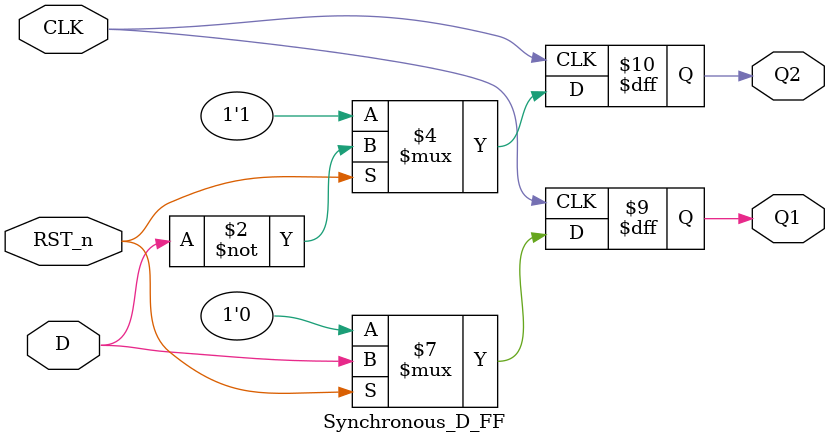
<source format=v>
`timescale 1ns / 1ps


module Synchronous_D_FF(
    input CLK,
    input D,
    input RST_n,
    output reg Q1,
    output reg Q2
    );
    
always@(posedge CLK)
begin
    if(RST_n)
    begin
        Q1 = D;
        Q2 = ~D;
        end
    else
    begin
        Q1 = 1'b0;
        Q2 = 1'b1;
        end

end
endmodule

</source>
